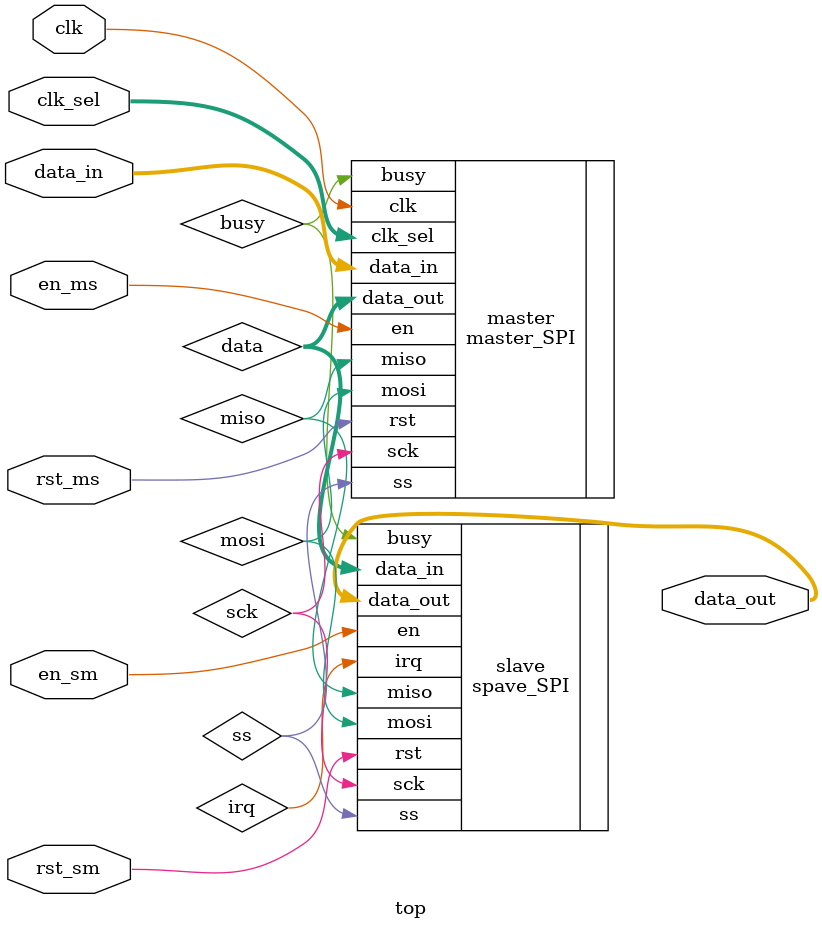
<source format=v>
module top
       (input clk,
			  input rst_ms,
			  input rst_sm,
			  input en_ms,
			  input en_sm,
			  input [2:0] clk_sel,
			  input [7:0] data_in,
			  output [7:0] data_out);
			  
			  wire [7:0] data;
			  wire sck;
			  wire ss;
			  wire miso;
			  wire mosi;
			  wire busy;
			  wire irq;
			 
			master_SPI master(.data_in(data_in),
									.data_out(data),
									.clk(clk),
									.sck(sck),
									.busy(busy),
									.en(en_ms),
									.rst(rst_ms),
									.clk_sel(clk_sel),
									.ss(ss),
									.mosi(mosi),
									.miso(miso));

			spave_SPI slave(.data_in(data),
								 .data_out(data_out),
								 .busy(busy),
								 .irq(irq),
								 .ss(ss),
								 .en(en_sm),
								 .rst(rst_sm),
								 .mosi(mosi),
								 .miso(miso),
								 .sck(sck));
								 	 
endmodule
									
</source>
